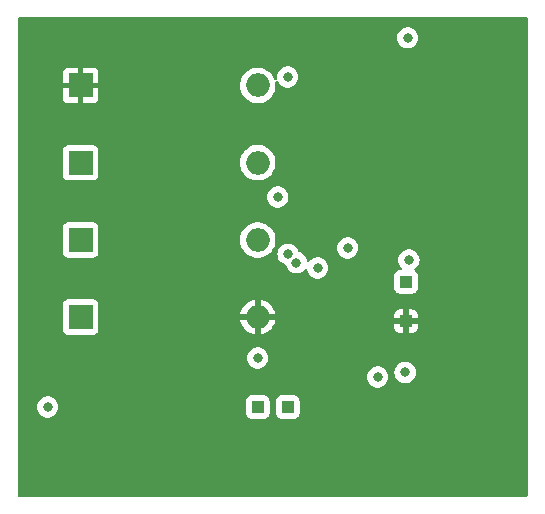
<source format=gbr>
%TF.GenerationSoftware,KiCad,Pcbnew,7.0.2*%
%TF.CreationDate,2023-06-25T00:33:43-03:00*%
%TF.ProjectId,Projeto final de EA075,50726f6a-6574-46f2-9066-696e616c2064,rev?*%
%TF.SameCoordinates,Original*%
%TF.FileFunction,Copper,L3,Inr*%
%TF.FilePolarity,Positive*%
%FSLAX46Y46*%
G04 Gerber Fmt 4.6, Leading zero omitted, Abs format (unit mm)*
G04 Created by KiCad (PCBNEW 7.0.2) date 2023-06-25 00:33:43*
%MOMM*%
%LPD*%
G01*
G04 APERTURE LIST*
%TA.AperFunction,ComponentPad*%
%ADD10R,1.000000X1.000000*%
%TD*%
%TA.AperFunction,ComponentPad*%
%ADD11R,2.000000X2.000000*%
%TD*%
%TA.AperFunction,ComponentPad*%
%ADD12O,2.000000X2.000000*%
%TD*%
%TA.AperFunction,ViaPad*%
%ADD13C,0.800000*%
%TD*%
G04 APERTURE END LIST*
D10*
%TO.N,Net-(J4-Pin_1)*%
%TO.C,J4*%
X152400000Y-99060000D03*
%TD*%
%TO.N,GNDPWR*%
%TO.C,J3*%
X154940000Y-99060000D03*
%TD*%
%TO.N,+12V*%
%TO.C,J2*%
X164950000Y-91800000D03*
%TD*%
%TO.N,GNDPWR*%
%TO.C,J1*%
X164950000Y-88450000D03*
%TD*%
D11*
%TO.N,GNDPWR*%
%TO.C,C5*%
X137400000Y-91440000D03*
D12*
%TO.N,+12V*%
X152400000Y-91440000D03*
%TD*%
D11*
%TO.N,Net-(U1-AVCC)*%
%TO.C,C4*%
X137400000Y-84905000D03*
D12*
%TO.N,GNDPWR*%
X152400000Y-84905000D03*
%TD*%
D11*
%TO.N,Net-(U1-AVCC)*%
%TO.C,C3*%
X137400000Y-78370000D03*
D12*
%TO.N,GNDPWR*%
X152400000Y-78370000D03*
%TD*%
D11*
%TO.N,+12V*%
%TO.C,C1*%
X137400000Y-71835000D03*
D12*
%TO.N,GNDPWR*%
X152400000Y-71835000D03*
%TD*%
D13*
%TO.N,Net-(Q1-G)*%
X154972121Y-86115746D03*
%TO.N,GNDPWR*%
X152400000Y-94900000D03*
X155678876Y-86822500D03*
%TO.N,Net-(U1-AVCC)*%
X154100388Y-81280000D03*
%TO.N,Net-(U1-PD0)*%
X164885000Y-96130000D03*
X165192735Y-86599502D03*
%TO.N,Net-(U1-AVCC)*%
X162560000Y-96520000D03*
X157480000Y-87299500D03*
X160020000Y-85600500D03*
X165096211Y-67800500D03*
X154940000Y-71120000D03*
%TO.N,Net-(Q1-G)*%
X134620000Y-99060000D03*
%TO.N,+12V*%
X162560000Y-88515500D03*
X162560000Y-91484500D03*
X134620000Y-93980000D03*
X142240000Y-93980000D03*
%TD*%
%TA.AperFunction,Conductor*%
%TO.N,+12V*%
G36*
X175202539Y-66060185D02*
G01*
X175248294Y-66112989D01*
X175259500Y-66164500D01*
X175259500Y-106555500D01*
X175239815Y-106622539D01*
X175187011Y-106668294D01*
X175135500Y-106679500D01*
X132204500Y-106679500D01*
X132137461Y-106659815D01*
X132091706Y-106607011D01*
X132080500Y-106555500D01*
X132080500Y-99059999D01*
X133714540Y-99059999D01*
X133734326Y-99248257D01*
X133792820Y-99428284D01*
X133887466Y-99592216D01*
X134014129Y-99732889D01*
X134167269Y-99844151D01*
X134340197Y-99921144D01*
X134525352Y-99960500D01*
X134525354Y-99960500D01*
X134714648Y-99960500D01*
X134838084Y-99934262D01*
X134899803Y-99921144D01*
X135072730Y-99844151D01*
X135225871Y-99732888D01*
X135341402Y-99604578D01*
X151399500Y-99604578D01*
X151399501Y-99607872D01*
X151405909Y-99667483D01*
X151456204Y-99802331D01*
X151542454Y-99917546D01*
X151657669Y-100003796D01*
X151792517Y-100054091D01*
X151852127Y-100060500D01*
X152947872Y-100060499D01*
X153007483Y-100054091D01*
X153142331Y-100003796D01*
X153257546Y-99917546D01*
X153343796Y-99802331D01*
X153394091Y-99667483D01*
X153400500Y-99607873D01*
X153400500Y-99604578D01*
X153939500Y-99604578D01*
X153939501Y-99607872D01*
X153945909Y-99667483D01*
X153996204Y-99802331D01*
X154082454Y-99917546D01*
X154197669Y-100003796D01*
X154332517Y-100054091D01*
X154392127Y-100060500D01*
X155487872Y-100060499D01*
X155547483Y-100054091D01*
X155682331Y-100003796D01*
X155797546Y-99917546D01*
X155883796Y-99802331D01*
X155934091Y-99667483D01*
X155940500Y-99607873D01*
X155940499Y-98512128D01*
X155934091Y-98452517D01*
X155883796Y-98317669D01*
X155797546Y-98202454D01*
X155682331Y-98116204D01*
X155547483Y-98065909D01*
X155487873Y-98059500D01*
X155484550Y-98059500D01*
X154395439Y-98059500D01*
X154395420Y-98059500D01*
X154392128Y-98059501D01*
X154388848Y-98059853D01*
X154388840Y-98059854D01*
X154332515Y-98065909D01*
X154197669Y-98116204D01*
X154082454Y-98202454D01*
X153996204Y-98317668D01*
X153945910Y-98452515D01*
X153945909Y-98452517D01*
X153939500Y-98512127D01*
X153939500Y-98515448D01*
X153939500Y-98515449D01*
X153939500Y-99604560D01*
X153939500Y-99604578D01*
X153400500Y-99604578D01*
X153400499Y-98512128D01*
X153394091Y-98452517D01*
X153343796Y-98317669D01*
X153257546Y-98202454D01*
X153142331Y-98116204D01*
X153007483Y-98065909D01*
X152947873Y-98059500D01*
X152944550Y-98059500D01*
X151855439Y-98059500D01*
X151855420Y-98059500D01*
X151852128Y-98059501D01*
X151848848Y-98059853D01*
X151848840Y-98059854D01*
X151792515Y-98065909D01*
X151657669Y-98116204D01*
X151542454Y-98202454D01*
X151456204Y-98317668D01*
X151405910Y-98452515D01*
X151405909Y-98452517D01*
X151399500Y-98512127D01*
X151399500Y-98515448D01*
X151399500Y-98515449D01*
X151399500Y-99604560D01*
X151399500Y-99604578D01*
X135341402Y-99604578D01*
X135352533Y-99592216D01*
X135447179Y-99428284D01*
X135505674Y-99248256D01*
X135525460Y-99060000D01*
X135505674Y-98871744D01*
X135447179Y-98691716D01*
X135447179Y-98691715D01*
X135352533Y-98527783D01*
X135225870Y-98387110D01*
X135072730Y-98275848D01*
X134899802Y-98198855D01*
X134714648Y-98159500D01*
X134714646Y-98159500D01*
X134525354Y-98159500D01*
X134525352Y-98159500D01*
X134340197Y-98198855D01*
X134167269Y-98275848D01*
X134014129Y-98387110D01*
X133887466Y-98527783D01*
X133792820Y-98691715D01*
X133734326Y-98871742D01*
X133714540Y-99059999D01*
X132080500Y-99059999D01*
X132080500Y-96519999D01*
X161654540Y-96519999D01*
X161674326Y-96708257D01*
X161732820Y-96888284D01*
X161827466Y-97052216D01*
X161954129Y-97192889D01*
X162107269Y-97304151D01*
X162280197Y-97381144D01*
X162465352Y-97420500D01*
X162465354Y-97420500D01*
X162654648Y-97420500D01*
X162778083Y-97394262D01*
X162839803Y-97381144D01*
X163012730Y-97304151D01*
X163165871Y-97192888D01*
X163292533Y-97052216D01*
X163387179Y-96888284D01*
X163445674Y-96708256D01*
X163465460Y-96520000D01*
X163445674Y-96331744D01*
X163387179Y-96151716D01*
X163387179Y-96151715D01*
X163374642Y-96130000D01*
X163979540Y-96130000D01*
X163999326Y-96318257D01*
X164057820Y-96498284D01*
X164152466Y-96662216D01*
X164279129Y-96802889D01*
X164432269Y-96914151D01*
X164605197Y-96991144D01*
X164790352Y-97030500D01*
X164790354Y-97030500D01*
X164979648Y-97030500D01*
X165103084Y-97004262D01*
X165164803Y-96991144D01*
X165337730Y-96914151D01*
X165490871Y-96802888D01*
X165617533Y-96662216D01*
X165712179Y-96498284D01*
X165770674Y-96318256D01*
X165790460Y-96130000D01*
X165770674Y-95941744D01*
X165712179Y-95761716D01*
X165712179Y-95761715D01*
X165617533Y-95597783D01*
X165490870Y-95457110D01*
X165337730Y-95345848D01*
X165164802Y-95268855D01*
X164979648Y-95229500D01*
X164979646Y-95229500D01*
X164790354Y-95229500D01*
X164790352Y-95229500D01*
X164605197Y-95268855D01*
X164432269Y-95345848D01*
X164279129Y-95457110D01*
X164152466Y-95597783D01*
X164057820Y-95761715D01*
X163999326Y-95941742D01*
X163979540Y-96130000D01*
X163374642Y-96130000D01*
X163292533Y-95987783D01*
X163165870Y-95847110D01*
X163012730Y-95735848D01*
X162839802Y-95658855D01*
X162654648Y-95619500D01*
X162654646Y-95619500D01*
X162465354Y-95619500D01*
X162465352Y-95619500D01*
X162280197Y-95658855D01*
X162107269Y-95735848D01*
X161954129Y-95847110D01*
X161827466Y-95987783D01*
X161732820Y-96151715D01*
X161674326Y-96331742D01*
X161654540Y-96519999D01*
X132080500Y-96519999D01*
X132080500Y-94899999D01*
X151494540Y-94899999D01*
X151514326Y-95088257D01*
X151572820Y-95268284D01*
X151667466Y-95432216D01*
X151794129Y-95572889D01*
X151947269Y-95684151D01*
X152120197Y-95761144D01*
X152305352Y-95800500D01*
X152305354Y-95800500D01*
X152494648Y-95800500D01*
X152618083Y-95774262D01*
X152679803Y-95761144D01*
X152852730Y-95684151D01*
X152941715Y-95619500D01*
X153005870Y-95572889D01*
X153132533Y-95432216D01*
X153227179Y-95268284D01*
X153239781Y-95229500D01*
X153285674Y-95088256D01*
X153305460Y-94900000D01*
X153285674Y-94711744D01*
X153227179Y-94531716D01*
X153227179Y-94531715D01*
X153132533Y-94367783D01*
X153005870Y-94227110D01*
X152852730Y-94115848D01*
X152679802Y-94038855D01*
X152494648Y-93999500D01*
X152494646Y-93999500D01*
X152305354Y-93999500D01*
X152305352Y-93999500D01*
X152120197Y-94038855D01*
X151947269Y-94115848D01*
X151794129Y-94227110D01*
X151667466Y-94367783D01*
X151572820Y-94531715D01*
X151514326Y-94711742D01*
X151494540Y-94899999D01*
X132080500Y-94899999D01*
X132080500Y-92484578D01*
X135899500Y-92484578D01*
X135899501Y-92487872D01*
X135905909Y-92547483D01*
X135956204Y-92682331D01*
X136042454Y-92797546D01*
X136157669Y-92883796D01*
X136292517Y-92934091D01*
X136352127Y-92940500D01*
X138447872Y-92940499D01*
X138507483Y-92934091D01*
X138642331Y-92883796D01*
X138757546Y-92797546D01*
X138843796Y-92682331D01*
X138894091Y-92547483D01*
X138900500Y-92487873D01*
X138900500Y-91690000D01*
X150915960Y-91690000D01*
X150976413Y-91928720D01*
X151076266Y-92156365D01*
X151212233Y-92364477D01*
X151380596Y-92547368D01*
X151576766Y-92700053D01*
X151795393Y-92818368D01*
X152030508Y-92899083D01*
X152149999Y-92919023D01*
X152150000Y-92919022D01*
X152150000Y-91875501D01*
X152257685Y-91924680D01*
X152364237Y-91940000D01*
X152435763Y-91940000D01*
X152542315Y-91924680D01*
X152650000Y-91875501D01*
X152650000Y-92919023D01*
X152769491Y-92899083D01*
X153004606Y-92818368D01*
X153223233Y-92700053D01*
X153419403Y-92547368D01*
X153587766Y-92364477D01*
X153723733Y-92156365D01*
X153770388Y-92050000D01*
X163950000Y-92050000D01*
X163950000Y-92344518D01*
X163950354Y-92351132D01*
X163956400Y-92407371D01*
X164006647Y-92542089D01*
X164092811Y-92657188D01*
X164207910Y-92743352D01*
X164342628Y-92793599D01*
X164398867Y-92799645D01*
X164405482Y-92800000D01*
X164700000Y-92800000D01*
X164700000Y-92050000D01*
X163950000Y-92050000D01*
X153770388Y-92050000D01*
X153823586Y-91928720D01*
X153848763Y-91829302D01*
X164596372Y-91829302D01*
X164625047Y-91942538D01*
X164688936Y-92040327D01*
X164781115Y-92112072D01*
X164891595Y-92150000D01*
X164979005Y-92150000D01*
X165065216Y-92135614D01*
X165167947Y-92080019D01*
X165195581Y-92050000D01*
X165200000Y-92050000D01*
X165200000Y-92800000D01*
X165494518Y-92800000D01*
X165501132Y-92799645D01*
X165557371Y-92793599D01*
X165692089Y-92743352D01*
X165807188Y-92657188D01*
X165893352Y-92542089D01*
X165943599Y-92407371D01*
X165949645Y-92351132D01*
X165950000Y-92344518D01*
X165950000Y-92050000D01*
X165200000Y-92050000D01*
X165195581Y-92050000D01*
X165247060Y-91994079D01*
X165293982Y-91887108D01*
X165303628Y-91770698D01*
X165274953Y-91657462D01*
X165211064Y-91559673D01*
X165118885Y-91487928D01*
X165008405Y-91450000D01*
X164920995Y-91450000D01*
X164834784Y-91464386D01*
X164732053Y-91519981D01*
X164652940Y-91605921D01*
X164606018Y-91712892D01*
X164596372Y-91829302D01*
X153848763Y-91829302D01*
X153884040Y-91690000D01*
X152833686Y-91690000D01*
X152859493Y-91649844D01*
X152888810Y-91550000D01*
X163950000Y-91550000D01*
X164700000Y-91550000D01*
X164700000Y-90800000D01*
X165200000Y-90800000D01*
X165200000Y-91550000D01*
X165950000Y-91550000D01*
X165950000Y-91255481D01*
X165949645Y-91248867D01*
X165943599Y-91192628D01*
X165893352Y-91057910D01*
X165807188Y-90942811D01*
X165692089Y-90856647D01*
X165557371Y-90806400D01*
X165501132Y-90800354D01*
X165494518Y-90800000D01*
X165200000Y-90800000D01*
X164700000Y-90800000D01*
X164405482Y-90800000D01*
X164398867Y-90800354D01*
X164342628Y-90806400D01*
X164207910Y-90856647D01*
X164092811Y-90942811D01*
X164006647Y-91057910D01*
X163956400Y-91192628D01*
X163950354Y-91248867D01*
X163950000Y-91255481D01*
X163950000Y-91550000D01*
X152888810Y-91550000D01*
X152900000Y-91511889D01*
X152900000Y-91368111D01*
X152859493Y-91230156D01*
X152833686Y-91190000D01*
X153884040Y-91190000D01*
X153823586Y-90951279D01*
X153723733Y-90723634D01*
X153587766Y-90515522D01*
X153419403Y-90332631D01*
X153223233Y-90179946D01*
X153004606Y-90061631D01*
X152769493Y-89980916D01*
X152650000Y-89960976D01*
X152650000Y-91004498D01*
X152542315Y-90955320D01*
X152435763Y-90940000D01*
X152364237Y-90940000D01*
X152257685Y-90955320D01*
X152150000Y-91004498D01*
X152150000Y-89960976D01*
X152149999Y-89960976D01*
X152030506Y-89980916D01*
X151795393Y-90061631D01*
X151576766Y-90179946D01*
X151380596Y-90332631D01*
X151212233Y-90515522D01*
X151076266Y-90723634D01*
X150976413Y-90951279D01*
X150915960Y-91190000D01*
X151966314Y-91190000D01*
X151940507Y-91230156D01*
X151900000Y-91368111D01*
X151900000Y-91511889D01*
X151940507Y-91649844D01*
X151966314Y-91690000D01*
X150915960Y-91690000D01*
X138900500Y-91690000D01*
X138900499Y-90392128D01*
X138894091Y-90332517D01*
X138843796Y-90197669D01*
X138757546Y-90082454D01*
X138642331Y-89996204D01*
X138507483Y-89945909D01*
X138447873Y-89939500D01*
X138444550Y-89939500D01*
X136355439Y-89939500D01*
X136355420Y-89939500D01*
X136352128Y-89939501D01*
X136348848Y-89939853D01*
X136348840Y-89939854D01*
X136292515Y-89945909D01*
X136157669Y-89996204D01*
X136042454Y-90082454D01*
X135956204Y-90197668D01*
X135905910Y-90332515D01*
X135905909Y-90332517D01*
X135899500Y-90392127D01*
X135899500Y-90395448D01*
X135899500Y-90395449D01*
X135899500Y-92484560D01*
X135899500Y-92484578D01*
X132080500Y-92484578D01*
X132080500Y-88994578D01*
X163949500Y-88994578D01*
X163949501Y-88997872D01*
X163955909Y-89057483D01*
X164006204Y-89192331D01*
X164092454Y-89307546D01*
X164207669Y-89393796D01*
X164342517Y-89444091D01*
X164402127Y-89450500D01*
X165497872Y-89450499D01*
X165557483Y-89444091D01*
X165692331Y-89393796D01*
X165807546Y-89307546D01*
X165893796Y-89192331D01*
X165944091Y-89057483D01*
X165950500Y-88997873D01*
X165950499Y-87902128D01*
X165944091Y-87842517D01*
X165893796Y-87707669D01*
X165807546Y-87592454D01*
X165720765Y-87527490D01*
X165678896Y-87471558D01*
X165673912Y-87401867D01*
X165707397Y-87340544D01*
X165722184Y-87327913D01*
X165798606Y-87272390D01*
X165925268Y-87131718D01*
X166019914Y-86967786D01*
X166078409Y-86787758D01*
X166098195Y-86599502D01*
X166078409Y-86411246D01*
X166039106Y-86290284D01*
X166019914Y-86231217D01*
X165925268Y-86067285D01*
X165798605Y-85926612D01*
X165645465Y-85815350D01*
X165472537Y-85738357D01*
X165287383Y-85699002D01*
X165287381Y-85699002D01*
X165098089Y-85699002D01*
X165098087Y-85699002D01*
X164912932Y-85738357D01*
X164740004Y-85815350D01*
X164586864Y-85926612D01*
X164460201Y-86067285D01*
X164365555Y-86231217D01*
X164307061Y-86411244D01*
X164287275Y-86599501D01*
X164287275Y-86599502D01*
X164293702Y-86660654D01*
X164307061Y-86787759D01*
X164365555Y-86967786D01*
X164460199Y-87131715D01*
X164460202Y-87131718D01*
X164559976Y-87242529D01*
X164590206Y-87305519D01*
X164581581Y-87374854D01*
X164536840Y-87428520D01*
X164470187Y-87449478D01*
X164467828Y-87449500D01*
X164405440Y-87449500D01*
X164405421Y-87449500D01*
X164402128Y-87449501D01*
X164398848Y-87449853D01*
X164398840Y-87449854D01*
X164342515Y-87455909D01*
X164207669Y-87506204D01*
X164092454Y-87592454D01*
X164006204Y-87707668D01*
X163955910Y-87842515D01*
X163955909Y-87842517D01*
X163949500Y-87902127D01*
X163949500Y-87905448D01*
X163949500Y-87905449D01*
X163949500Y-88994560D01*
X163949500Y-88994578D01*
X132080500Y-88994578D01*
X132080500Y-85949578D01*
X135899500Y-85949578D01*
X135899501Y-85952872D01*
X135899853Y-85956152D01*
X135899854Y-85956159D01*
X135905909Y-86012484D01*
X135915556Y-86038349D01*
X135956204Y-86147331D01*
X136042454Y-86262546D01*
X136157669Y-86348796D01*
X136292517Y-86399091D01*
X136352127Y-86405500D01*
X138447872Y-86405499D01*
X138507483Y-86399091D01*
X138642331Y-86348796D01*
X138757546Y-86262546D01*
X138843796Y-86147331D01*
X138894091Y-86012483D01*
X138900500Y-85952873D01*
X138900499Y-84904999D01*
X150894356Y-84904999D01*
X150914891Y-85152816D01*
X150914891Y-85152819D01*
X150914892Y-85152821D01*
X150975937Y-85393881D01*
X151020960Y-85496523D01*
X151075825Y-85621604D01*
X151075827Y-85621607D01*
X151211836Y-85829785D01*
X151380256Y-86012738D01*
X151380259Y-86012740D01*
X151576485Y-86165470D01*
X151576487Y-86165471D01*
X151576491Y-86165474D01*
X151795190Y-86283828D01*
X152030386Y-86364571D01*
X152275665Y-86405500D01*
X152524335Y-86405500D01*
X152769614Y-86364571D01*
X153004810Y-86283828D01*
X153223509Y-86165474D01*
X153287399Y-86115746D01*
X154066661Y-86115746D01*
X154086447Y-86304003D01*
X154144941Y-86484030D01*
X154239587Y-86647962D01*
X154366250Y-86788635D01*
X154519390Y-86899897D01*
X154692315Y-86976889D01*
X154692316Y-86976889D01*
X154692318Y-86976890D01*
X154718837Y-86982526D01*
X154780319Y-87015718D01*
X154810989Y-87065499D01*
X154851696Y-87190784D01*
X154946342Y-87354716D01*
X155073005Y-87495389D01*
X155226145Y-87606651D01*
X155399073Y-87683644D01*
X155584228Y-87723000D01*
X155584230Y-87723000D01*
X155773524Y-87723000D01*
X155896960Y-87696762D01*
X155958679Y-87683644D01*
X156131606Y-87606651D01*
X156151147Y-87592454D01*
X156284746Y-87495389D01*
X156326065Y-87449500D01*
X156376327Y-87393678D01*
X156435812Y-87357030D01*
X156505669Y-87358360D01*
X156563718Y-87397247D01*
X156591528Y-87461344D01*
X156591797Y-87463689D01*
X156594326Y-87487757D01*
X156652820Y-87667784D01*
X156747466Y-87831716D01*
X156874129Y-87972389D01*
X157027269Y-88083651D01*
X157200197Y-88160644D01*
X157385352Y-88200000D01*
X157385354Y-88200000D01*
X157574648Y-88200000D01*
X157698084Y-88173762D01*
X157759803Y-88160644D01*
X157932730Y-88083651D01*
X158085871Y-87972388D01*
X158212533Y-87831716D01*
X158307179Y-87667784D01*
X158365674Y-87487756D01*
X158385460Y-87299500D01*
X158365674Y-87111244D01*
X158333023Y-87010756D01*
X158307179Y-86931215D01*
X158212533Y-86767283D01*
X158085870Y-86626610D01*
X157932730Y-86515348D01*
X157759802Y-86438355D01*
X157574648Y-86399000D01*
X157574646Y-86399000D01*
X157385354Y-86399000D01*
X157385352Y-86399000D01*
X157200197Y-86438355D01*
X157027269Y-86515348D01*
X156874129Y-86626611D01*
X156782548Y-86728321D01*
X156723061Y-86764969D01*
X156653204Y-86763638D01*
X156595156Y-86724751D01*
X156567347Y-86660654D01*
X156567090Y-86658418D01*
X156564550Y-86634244D01*
X156534208Y-86540863D01*
X156506055Y-86454215D01*
X156411409Y-86290283D01*
X156284746Y-86149610D01*
X156131608Y-86038349D01*
X155975362Y-85968784D01*
X155958679Y-85961356D01*
X155940326Y-85957455D01*
X155932155Y-85955718D01*
X155870674Y-85922524D01*
X155840007Y-85872746D01*
X155826048Y-85829785D01*
X155799300Y-85747462D01*
X155799300Y-85747461D01*
X155714452Y-85600500D01*
X159114540Y-85600500D01*
X159134326Y-85788757D01*
X159192820Y-85968784D01*
X159287466Y-86132716D01*
X159414129Y-86273389D01*
X159567269Y-86384651D01*
X159740197Y-86461644D01*
X159925352Y-86501000D01*
X159925354Y-86501000D01*
X160114648Y-86501000D01*
X160238083Y-86474762D01*
X160299803Y-86461644D01*
X160472730Y-86384651D01*
X160583733Y-86304003D01*
X160625870Y-86273389D01*
X160752533Y-86132716D01*
X160847179Y-85968784D01*
X160847178Y-85968783D01*
X160905674Y-85788756D01*
X160925460Y-85600500D01*
X160905674Y-85412244D01*
X160854453Y-85254602D01*
X160847179Y-85232215D01*
X160752533Y-85068283D01*
X160625870Y-84927610D01*
X160472730Y-84816348D01*
X160299802Y-84739355D01*
X160114648Y-84700000D01*
X160114646Y-84700000D01*
X159925354Y-84700000D01*
X159925352Y-84700000D01*
X159740197Y-84739355D01*
X159567269Y-84816348D01*
X159414129Y-84927610D01*
X159287466Y-85068283D01*
X159192820Y-85232215D01*
X159134326Y-85412242D01*
X159114540Y-85600500D01*
X155714452Y-85600500D01*
X155704654Y-85583529D01*
X155577991Y-85442856D01*
X155424851Y-85331594D01*
X155251923Y-85254601D01*
X155066769Y-85215246D01*
X155066767Y-85215246D01*
X154877475Y-85215246D01*
X154877473Y-85215246D01*
X154692318Y-85254601D01*
X154519390Y-85331594D01*
X154366250Y-85442856D01*
X154239587Y-85583529D01*
X154144941Y-85747461D01*
X154086447Y-85927488D01*
X154066661Y-86115746D01*
X153287399Y-86115746D01*
X153419744Y-86012738D01*
X153588164Y-85829785D01*
X153724173Y-85621607D01*
X153824063Y-85393881D01*
X153885108Y-85152821D01*
X153905643Y-84905000D01*
X153885108Y-84657179D01*
X153824063Y-84416119D01*
X153724173Y-84188393D01*
X153588164Y-83980215D01*
X153419744Y-83797262D01*
X153397612Y-83780036D01*
X153223514Y-83644529D01*
X153223510Y-83644526D01*
X153223509Y-83644526D01*
X153004810Y-83526172D01*
X153004806Y-83526170D01*
X153004805Y-83526170D01*
X152769615Y-83445429D01*
X152524335Y-83404500D01*
X152275665Y-83404500D01*
X152030384Y-83445429D01*
X151795194Y-83526170D01*
X151576485Y-83644529D01*
X151380259Y-83797259D01*
X151380256Y-83797261D01*
X151380256Y-83797262D01*
X151322098Y-83860439D01*
X151211837Y-83980214D01*
X151075825Y-84188395D01*
X150975938Y-84416117D01*
X150914891Y-84657183D01*
X150894356Y-84904999D01*
X138900499Y-84904999D01*
X138900499Y-83857128D01*
X138894091Y-83797517D01*
X138843796Y-83662669D01*
X138757546Y-83547454D01*
X138642331Y-83461204D01*
X138507483Y-83410909D01*
X138447873Y-83404500D01*
X138444550Y-83404500D01*
X136355439Y-83404500D01*
X136355420Y-83404500D01*
X136352128Y-83404501D01*
X136348848Y-83404853D01*
X136348840Y-83404854D01*
X136292515Y-83410909D01*
X136157669Y-83461204D01*
X136042454Y-83547454D01*
X135956204Y-83662668D01*
X135905910Y-83797515D01*
X135905909Y-83797517D01*
X135899500Y-83857127D01*
X135899500Y-83860448D01*
X135899500Y-83860449D01*
X135899500Y-85949560D01*
X135899500Y-85949578D01*
X132080500Y-85949578D01*
X132080500Y-81280000D01*
X153194928Y-81280000D01*
X153214714Y-81468257D01*
X153273208Y-81648284D01*
X153367854Y-81812216D01*
X153494517Y-81952889D01*
X153647657Y-82064151D01*
X153820585Y-82141144D01*
X154005740Y-82180500D01*
X154005742Y-82180500D01*
X154195036Y-82180500D01*
X154318472Y-82154262D01*
X154380191Y-82141144D01*
X154553118Y-82064151D01*
X154706259Y-81952888D01*
X154832921Y-81812216D01*
X154927567Y-81648284D01*
X154986062Y-81468256D01*
X155005848Y-81280000D01*
X154986062Y-81091744D01*
X154927567Y-80911716D01*
X154927567Y-80911715D01*
X154832921Y-80747783D01*
X154706258Y-80607110D01*
X154553118Y-80495848D01*
X154380190Y-80418855D01*
X154195036Y-80379500D01*
X154195034Y-80379500D01*
X154005742Y-80379500D01*
X154005740Y-80379500D01*
X153820585Y-80418855D01*
X153647657Y-80495848D01*
X153494517Y-80607110D01*
X153367854Y-80747783D01*
X153273208Y-80911715D01*
X153214714Y-81091742D01*
X153194928Y-81280000D01*
X132080500Y-81280000D01*
X132080500Y-79414578D01*
X135899500Y-79414578D01*
X135899501Y-79417872D01*
X135899853Y-79421152D01*
X135899854Y-79421159D01*
X135905909Y-79477484D01*
X135931056Y-79544906D01*
X135956204Y-79612331D01*
X136042454Y-79727546D01*
X136157669Y-79813796D01*
X136292517Y-79864091D01*
X136352127Y-79870500D01*
X138447872Y-79870499D01*
X138507483Y-79864091D01*
X138642331Y-79813796D01*
X138757546Y-79727546D01*
X138843796Y-79612331D01*
X138894091Y-79477483D01*
X138900500Y-79417873D01*
X138900499Y-78370000D01*
X150894356Y-78370000D01*
X150914891Y-78617816D01*
X150914891Y-78617819D01*
X150914892Y-78617821D01*
X150975937Y-78858881D01*
X151020960Y-78961523D01*
X151075825Y-79086604D01*
X151075827Y-79086607D01*
X151211836Y-79294785D01*
X151380256Y-79477738D01*
X151380259Y-79477740D01*
X151576485Y-79630470D01*
X151576487Y-79630471D01*
X151576491Y-79630474D01*
X151795190Y-79748828D01*
X152030386Y-79829571D01*
X152275665Y-79870500D01*
X152524335Y-79870500D01*
X152769614Y-79829571D01*
X153004810Y-79748828D01*
X153223509Y-79630474D01*
X153419744Y-79477738D01*
X153588164Y-79294785D01*
X153724173Y-79086607D01*
X153824063Y-78858881D01*
X153885108Y-78617821D01*
X153905643Y-78370000D01*
X153885108Y-78122179D01*
X153824063Y-77881119D01*
X153724173Y-77653393D01*
X153588164Y-77445215D01*
X153419744Y-77262262D01*
X153397612Y-77245036D01*
X153223514Y-77109529D01*
X153223510Y-77109526D01*
X153223509Y-77109526D01*
X153004810Y-76991172D01*
X153004806Y-76991170D01*
X153004805Y-76991170D01*
X152769615Y-76910429D01*
X152524335Y-76869500D01*
X152275665Y-76869500D01*
X152030384Y-76910429D01*
X151795194Y-76991170D01*
X151576485Y-77109529D01*
X151380259Y-77262259D01*
X151380256Y-77262261D01*
X151380256Y-77262262D01*
X151322098Y-77325439D01*
X151211837Y-77445214D01*
X151075825Y-77653395D01*
X150975938Y-77881117D01*
X150914891Y-78122183D01*
X150894356Y-78370000D01*
X138900499Y-78370000D01*
X138900499Y-77322128D01*
X138894091Y-77262517D01*
X138843796Y-77127669D01*
X138757546Y-77012454D01*
X138642331Y-76926204D01*
X138507483Y-76875909D01*
X138447873Y-76869500D01*
X138444550Y-76869500D01*
X136355439Y-76869500D01*
X136355420Y-76869500D01*
X136352128Y-76869501D01*
X136348848Y-76869853D01*
X136348840Y-76869854D01*
X136292515Y-76875909D01*
X136157669Y-76926204D01*
X136042454Y-77012454D01*
X135956204Y-77127668D01*
X135905910Y-77262515D01*
X135905909Y-77262517D01*
X135899500Y-77322127D01*
X135899500Y-77325448D01*
X135899500Y-77325449D01*
X135899500Y-79414560D01*
X135899500Y-79414578D01*
X132080500Y-79414578D01*
X132080500Y-72879518D01*
X135900000Y-72879518D01*
X135900354Y-72886132D01*
X135906400Y-72942371D01*
X135956647Y-73077089D01*
X136042811Y-73192188D01*
X136157910Y-73278352D01*
X136292628Y-73328599D01*
X136348867Y-73334645D01*
X136355482Y-73335000D01*
X137150000Y-73335000D01*
X137150000Y-72270501D01*
X137257685Y-72319680D01*
X137364237Y-72335000D01*
X137435763Y-72335000D01*
X137542315Y-72319680D01*
X137650000Y-72270501D01*
X137650000Y-73335000D01*
X138444518Y-73335000D01*
X138451132Y-73334645D01*
X138507371Y-73328599D01*
X138642089Y-73278352D01*
X138757188Y-73192188D01*
X138843352Y-73077089D01*
X138893599Y-72942371D01*
X138899645Y-72886132D01*
X138900000Y-72879518D01*
X138900000Y-72085000D01*
X137833686Y-72085000D01*
X137859493Y-72044844D01*
X137900000Y-71906889D01*
X137900000Y-71834999D01*
X150894356Y-71834999D01*
X150914891Y-72082816D01*
X150914891Y-72082819D01*
X150914892Y-72082821D01*
X150975937Y-72323881D01*
X151020960Y-72426523D01*
X151075825Y-72551604D01*
X151075827Y-72551607D01*
X151211836Y-72759785D01*
X151380256Y-72942738D01*
X151380259Y-72942740D01*
X151576485Y-73095470D01*
X151576487Y-73095471D01*
X151576491Y-73095474D01*
X151795190Y-73213828D01*
X152030386Y-73294571D01*
X152275665Y-73335500D01*
X152524335Y-73335500D01*
X152769614Y-73294571D01*
X153004810Y-73213828D01*
X153223509Y-73095474D01*
X153419744Y-72942738D01*
X153588164Y-72759785D01*
X153724173Y-72551607D01*
X153824063Y-72323881D01*
X153885108Y-72082821D01*
X153905643Y-71835000D01*
X153885108Y-71587179D01*
X153882103Y-71575312D01*
X153884727Y-71505493D01*
X153924682Y-71448175D01*
X153989283Y-71421557D01*
X154058019Y-71434091D01*
X154109067Y-71481796D01*
X154109695Y-71482871D01*
X154207466Y-71652215D01*
X154334129Y-71792889D01*
X154487269Y-71904151D01*
X154660197Y-71981144D01*
X154845352Y-72020500D01*
X154845354Y-72020500D01*
X155034648Y-72020500D01*
X155158084Y-71994262D01*
X155219803Y-71981144D01*
X155392730Y-71904151D01*
X155545871Y-71792888D01*
X155672533Y-71652216D01*
X155767179Y-71488284D01*
X155825674Y-71308256D01*
X155845460Y-71120000D01*
X155825674Y-70931744D01*
X155767179Y-70751716D01*
X155767179Y-70751715D01*
X155672533Y-70587783D01*
X155545870Y-70447110D01*
X155392730Y-70335848D01*
X155219802Y-70258855D01*
X155034648Y-70219500D01*
X155034646Y-70219500D01*
X154845354Y-70219500D01*
X154845352Y-70219500D01*
X154660197Y-70258855D01*
X154487269Y-70335848D01*
X154334129Y-70447110D01*
X154207466Y-70587783D01*
X154112820Y-70751715D01*
X154054326Y-70931742D01*
X154034540Y-71120000D01*
X154048799Y-71255671D01*
X154036229Y-71324401D01*
X153988497Y-71375424D01*
X153920757Y-71392542D01*
X153854515Y-71370319D01*
X153811923Y-71318443D01*
X153724878Y-71120000D01*
X153724174Y-71118395D01*
X153724173Y-71118393D01*
X153588164Y-70910215D01*
X153419744Y-70727262D01*
X153397612Y-70710036D01*
X153223514Y-70574529D01*
X153223510Y-70574526D01*
X153223509Y-70574526D01*
X153004810Y-70456172D01*
X153004806Y-70456170D01*
X153004805Y-70456170D01*
X152769615Y-70375429D01*
X152524335Y-70334500D01*
X152275665Y-70334500D01*
X152030384Y-70375429D01*
X151795194Y-70456170D01*
X151576485Y-70574529D01*
X151380259Y-70727259D01*
X151380256Y-70727261D01*
X151380256Y-70727262D01*
X151211836Y-70910215D01*
X151166499Y-70979607D01*
X151075825Y-71118395D01*
X151015611Y-71255671D01*
X150975937Y-71346119D01*
X150950093Y-71448175D01*
X150914891Y-71587183D01*
X150894356Y-71834999D01*
X137900000Y-71834999D01*
X137900000Y-71763111D01*
X137859493Y-71625156D01*
X137833686Y-71585000D01*
X138900000Y-71585000D01*
X138900000Y-70790481D01*
X138899645Y-70783867D01*
X138893599Y-70727628D01*
X138843352Y-70592910D01*
X138757188Y-70477811D01*
X138642089Y-70391647D01*
X138507371Y-70341400D01*
X138451132Y-70335354D01*
X138444518Y-70335000D01*
X137650000Y-70335000D01*
X137650000Y-71399498D01*
X137542315Y-71350320D01*
X137435763Y-71335000D01*
X137364237Y-71335000D01*
X137257685Y-71350320D01*
X137150000Y-71399498D01*
X137150000Y-70335000D01*
X136355482Y-70335000D01*
X136348867Y-70335354D01*
X136292628Y-70341400D01*
X136157910Y-70391647D01*
X136042811Y-70477811D01*
X135956647Y-70592910D01*
X135906400Y-70727628D01*
X135900354Y-70783867D01*
X135900000Y-70790481D01*
X135900000Y-71585000D01*
X136966314Y-71585000D01*
X136940507Y-71625156D01*
X136900000Y-71763111D01*
X136900000Y-71906889D01*
X136940507Y-72044844D01*
X136966314Y-72085000D01*
X135900000Y-72085000D01*
X135900000Y-72879518D01*
X132080500Y-72879518D01*
X132080500Y-67800499D01*
X164190751Y-67800499D01*
X164210537Y-67988757D01*
X164269031Y-68168784D01*
X164363677Y-68332716D01*
X164490340Y-68473389D01*
X164643480Y-68584651D01*
X164816408Y-68661644D01*
X165001563Y-68701000D01*
X165001565Y-68701000D01*
X165190859Y-68701000D01*
X165314294Y-68674762D01*
X165376014Y-68661644D01*
X165548941Y-68584651D01*
X165702082Y-68473388D01*
X165828744Y-68332716D01*
X165923390Y-68168784D01*
X165981885Y-67988756D01*
X166001671Y-67800500D01*
X165981885Y-67612244D01*
X165923390Y-67432216D01*
X165923390Y-67432215D01*
X165828744Y-67268283D01*
X165702081Y-67127610D01*
X165548941Y-67016348D01*
X165376013Y-66939355D01*
X165190859Y-66900000D01*
X165190857Y-66900000D01*
X165001565Y-66900000D01*
X165001563Y-66900000D01*
X164816408Y-66939355D01*
X164643480Y-67016348D01*
X164490340Y-67127610D01*
X164363677Y-67268283D01*
X164269031Y-67432215D01*
X164210537Y-67612242D01*
X164190751Y-67800499D01*
X132080500Y-67800499D01*
X132080500Y-66164500D01*
X132100185Y-66097461D01*
X132152989Y-66051706D01*
X132204500Y-66040500D01*
X175135500Y-66040500D01*
X175202539Y-66060185D01*
G37*
%TD.AperFunction*%
%TD*%
M02*

</source>
